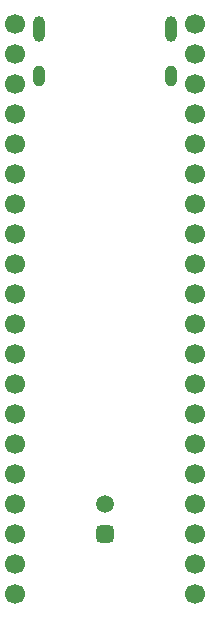
<source format=gbr>
G04 #@! TF.GenerationSoftware,KiCad,Pcbnew,(6.0.7)*
G04 #@! TF.CreationDate,2022-08-27T01:23:02+07:00*
G04 #@! TF.ProjectId,nRFpill,6e524670-696c-46c2-9e6b-696361645f70,rev?*
G04 #@! TF.SameCoordinates,Original*
G04 #@! TF.FileFunction,Soldermask,Bot*
G04 #@! TF.FilePolarity,Negative*
%FSLAX46Y46*%
G04 Gerber Fmt 4.6, Leading zero omitted, Abs format (unit mm)*
G04 Created by KiCad (PCBNEW (6.0.7)) date 2022-08-27 01:23:02*
%MOMM*%
%LPD*%
G01*
G04 APERTURE LIST*
G04 Aperture macros list*
%AMRoundRect*
0 Rectangle with rounded corners*
0 $1 Rounding radius*
0 $2 $3 $4 $5 $6 $7 $8 $9 X,Y pos of 4 corners*
0 Add a 4 corners polygon primitive as box body*
4,1,4,$2,$3,$4,$5,$6,$7,$8,$9,$2,$3,0*
0 Add four circle primitives for the rounded corners*
1,1,$1+$1,$2,$3*
1,1,$1+$1,$4,$5*
1,1,$1+$1,$6,$7*
1,1,$1+$1,$8,$9*
0 Add four rect primitives between the rounded corners*
20,1,$1+$1,$2,$3,$4,$5,0*
20,1,$1+$1,$4,$5,$6,$7,0*
20,1,$1+$1,$6,$7,$8,$9,0*
20,1,$1+$1,$8,$9,$2,$3,0*%
G04 Aperture macros list end*
%ADD10C,1.700000*%
%ADD11O,1.000000X1.800000*%
%ADD12O,1.000000X2.200000*%
%ADD13C,1.500000*%
%ADD14RoundRect,0.375000X0.375000X-0.375000X0.375000X0.375000X-0.375000X0.375000X-0.375000X-0.375000X0*%
G04 APERTURE END LIST*
D10*
X83820000Y-25413200D03*
X83820000Y-27953200D03*
X83820000Y-30493200D03*
X83820000Y-33033200D03*
X83820000Y-35573200D03*
X83820000Y-38113200D03*
X83820000Y-40653200D03*
X83820000Y-43193200D03*
X83820000Y-45733200D03*
X83820000Y-48273200D03*
X83820000Y-50813200D03*
X83820000Y-53353200D03*
X83820000Y-55893200D03*
X83820000Y-58433200D03*
X83820000Y-60973200D03*
X83820000Y-63513200D03*
X83820000Y-66053200D03*
X83820000Y-68593200D03*
X83820000Y-71133200D03*
X83820000Y-73673200D03*
X68580000Y-25413200D03*
X68580000Y-27953200D03*
X68580000Y-30493200D03*
X68580000Y-33033200D03*
X68580000Y-35573200D03*
X68580000Y-38113200D03*
X68580000Y-40653200D03*
X68580000Y-43193200D03*
X68580000Y-45733200D03*
X68580000Y-48273200D03*
X68580000Y-50813200D03*
X68580000Y-53353200D03*
X68580000Y-55893200D03*
X68580000Y-58433200D03*
X68580000Y-60973200D03*
X68580000Y-63513200D03*
X68580000Y-66053200D03*
X68580000Y-68593200D03*
X68580000Y-71133200D03*
X68580000Y-73673200D03*
D11*
X70625000Y-29794200D03*
D12*
X70625000Y-25794200D03*
D11*
X81775000Y-29794200D03*
D12*
X81775000Y-25794200D03*
D13*
X76200000Y-66053200D03*
D14*
X76200000Y-68593200D03*
M02*

</source>
